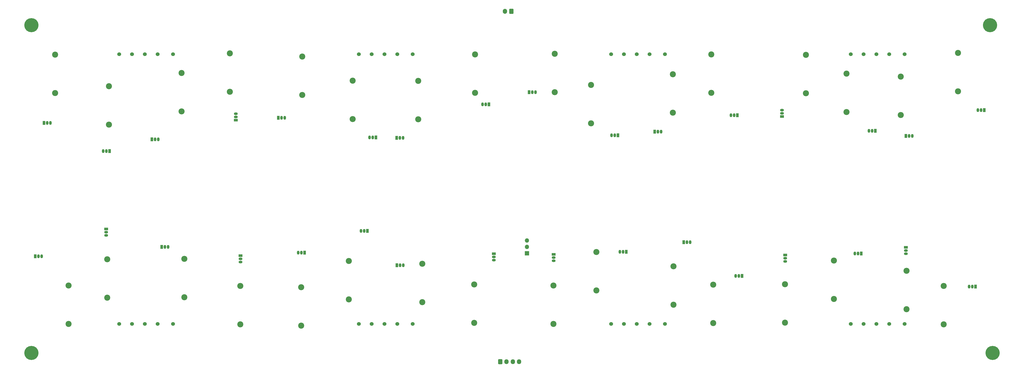
<source format=gbr>
%TF.GenerationSoftware,KiCad,Pcbnew,7.0.10*%
%TF.CreationDate,2025-02-11T17:38:30+01:00*%
%TF.ProjectId,Afficheur7seg,41666669-6368-4657-9572-377365672e6b,rev?*%
%TF.SameCoordinates,Original*%
%TF.FileFunction,Soldermask,Bot*%
%TF.FilePolarity,Negative*%
%FSLAX46Y46*%
G04 Gerber Fmt 4.6, Leading zero omitted, Abs format (unit mm)*
G04 Created by KiCad (PCBNEW 7.0.10) date 2025-02-11 17:38:30*
%MOMM*%
%LPD*%
G01*
G04 APERTURE LIST*
G04 Aperture macros list*
%AMRoundRect*
0 Rectangle with rounded corners*
0 $1 Rounding radius*
0 $2 $3 $4 $5 $6 $7 $8 $9 X,Y pos of 4 corners*
0 Add a 4 corners polygon primitive as box body*
4,1,4,$2,$3,$4,$5,$6,$7,$8,$9,$2,$3,0*
0 Add four circle primitives for the rounded corners*
1,1,$1+$1,$2,$3*
1,1,$1+$1,$4,$5*
1,1,$1+$1,$6,$7*
1,1,$1+$1,$8,$9*
0 Add four rect primitives between the rounded corners*
20,1,$1+$1,$2,$3,$4,$5,0*
20,1,$1+$1,$4,$5,$6,$7,0*
20,1,$1+$1,$6,$7,$8,$9,0*
20,1,$1+$1,$8,$9,$2,$3,0*%
G04 Aperture macros list end*
%ADD10C,1.524000*%
%ADD11C,2.400000*%
%ADD12O,2.400000X2.400000*%
%ADD13R,1.050000X1.500000*%
%ADD14O,1.050000X1.500000*%
%ADD15C,5.600000*%
%ADD16R,1.500000X1.050000*%
%ADD17O,1.500000X1.050000*%
%ADD18RoundRect,0.250000X-0.600000X-0.725000X0.600000X-0.725000X0.600000X0.725000X-0.600000X0.725000X0*%
%ADD19O,1.700000X1.950000*%
%ADD20RoundRect,0.250000X0.600000X0.750000X-0.600000X0.750000X-0.600000X-0.750000X0.600000X-0.750000X0*%
%ADD21O,1.700000X2.000000*%
%ADD22R,1.700000X1.700000*%
%ADD23O,1.700000X1.700000*%
G04 APERTURE END LIST*
D10*
%TO.C,Afficheur3*%
X248960000Y-250000000D03*
X248960000Y-143000000D03*
X243880000Y-143000000D03*
X238800000Y-143000000D03*
X243880000Y-250000000D03*
X254040000Y-250000000D03*
X238800000Y-250000000D03*
X260120000Y-250000000D03*
X254040000Y-143000000D03*
X260120000Y-143000000D03*
%TD*%
D11*
%TO.C,R39*%
X262300000Y-153580000D03*
D12*
X262300000Y-168820000D03*
%TD*%
D11*
%TO.C,R32*%
X123700000Y-250020000D03*
D12*
X123700000Y-234780000D03*
%TD*%
D13*
%TO.C,Q22*%
X290300000Y-162900000D03*
D14*
X289030000Y-162900000D03*
X287760000Y-162900000D03*
%TD*%
D11*
%TO.C,R48*%
X215900000Y-250720000D03*
D12*
X215900000Y-235480000D03*
%TD*%
D15*
%TO.C,H4*%
X490000000Y-261500000D03*
%TD*%
D11*
%TO.C,R57*%
X453600000Y-151880000D03*
D12*
X453600000Y-167120000D03*
%TD*%
D11*
%TO.C,R44*%
X284800000Y-143080000D03*
D12*
X284800000Y-158320000D03*
%TD*%
D13*
%TO.C,Q5*%
X344740000Y-221400000D03*
D14*
X343470000Y-221400000D03*
X342200000Y-221400000D03*
%TD*%
D13*
%TO.C,Q6*%
X388770000Y-167240000D03*
D14*
X387500000Y-167240000D03*
X386230000Y-167240000D03*
%TD*%
D15*
%TO.C,H2*%
X489000000Y-131500000D03*
%TD*%
D13*
%TO.C,Q19*%
X206860000Y-168200000D03*
D14*
X208130000Y-168200000D03*
X209400000Y-168200000D03*
%TD*%
D13*
%TO.C,Q9*%
X139970000Y-181440000D03*
D14*
X138700000Y-181440000D03*
X137430000Y-181440000D03*
%TD*%
D13*
%TO.C,Q4*%
X356000000Y-173700000D03*
D14*
X357270000Y-173700000D03*
X358540000Y-173700000D03*
%TD*%
D11*
%TO.C,R54*%
X470600000Y-250220000D03*
D12*
X470600000Y-234980000D03*
%TD*%
D11*
%TO.C,R35*%
X236300000Y-153480000D03*
D12*
X236300000Y-168720000D03*
%TD*%
D16*
%TO.C,Q27*%
X406500000Y-167770000D03*
D17*
X406500000Y-166500000D03*
X406500000Y-165230000D03*
%TD*%
D18*
%TO.C,J1*%
X294800000Y-265000000D03*
D19*
X297300000Y-265000000D03*
X299800000Y-265000000D03*
X302300000Y-265000000D03*
%TD*%
D11*
%TO.C,R28*%
X187600000Y-142680000D03*
D12*
X187600000Y-157920000D03*
%TD*%
D11*
%TO.C,R36*%
X284500000Y-249620000D03*
D12*
X284500000Y-234380000D03*
%TD*%
D13*
%TO.C,Q21*%
X242170000Y-213140000D03*
D14*
X240900000Y-213140000D03*
X239630000Y-213140000D03*
%TD*%
D11*
%TO.C,R47*%
X263900000Y-241420000D03*
D12*
X263900000Y-226180000D03*
%TD*%
D11*
%TO.C,R53*%
X432100000Y-150680000D03*
D12*
X432100000Y-165920000D03*
%TD*%
D11*
%TO.C,R8*%
X316400000Y-142880000D03*
D12*
X316400000Y-158120000D03*
%TD*%
D13*
%TO.C,Q29*%
X437900000Y-222100000D03*
D14*
X436630000Y-222100000D03*
X435360000Y-222100000D03*
%TD*%
D13*
%TO.C,Q15*%
X160630000Y-219460000D03*
D14*
X161900000Y-219460000D03*
X163170000Y-219460000D03*
%TD*%
D11*
%TO.C,R40*%
X216300000Y-143980000D03*
D12*
X216300000Y-159220000D03*
%TD*%
D11*
%TO.C,R4*%
X379200000Y-249720000D03*
D12*
X379200000Y-234480000D03*
%TD*%
D13*
%TO.C,Q23*%
X253830000Y-226760000D03*
D14*
X255100000Y-226760000D03*
X256370000Y-226760000D03*
%TD*%
D13*
%TO.C,Q11*%
X113960000Y-170300000D03*
D14*
X115230000Y-170300000D03*
X116500000Y-170300000D03*
%TD*%
D13*
%TO.C,Q26*%
X483200000Y-235200000D03*
D14*
X481930000Y-235200000D03*
X480660000Y-235200000D03*
%TD*%
D13*
%TO.C,Q28*%
X455630000Y-175400000D03*
D14*
X456900000Y-175400000D03*
X458170000Y-175400000D03*
%TD*%
D13*
%TO.C,Q30*%
X486640000Y-165200000D03*
D14*
X485370000Y-165200000D03*
X484100000Y-165200000D03*
%TD*%
D11*
%TO.C,R11*%
X332900000Y-236740000D03*
D12*
X332900000Y-221500000D03*
%TD*%
D11*
%TO.C,R3*%
X330800000Y-155180000D03*
D12*
X330800000Y-170420000D03*
%TD*%
D13*
%TO.C,Q16*%
X110530000Y-223160000D03*
D14*
X111800000Y-223160000D03*
X113070000Y-223160000D03*
%TD*%
D11*
%TO.C,R66*%
X407700000Y-249520000D03*
D12*
X407700000Y-234280000D03*
%TD*%
D11*
%TO.C,R31*%
X169600000Y-239420000D03*
D12*
X169600000Y-224180000D03*
%TD*%
D13*
%TO.C,Q1*%
X341440000Y-175200000D03*
D14*
X340170000Y-175200000D03*
X338900000Y-175200000D03*
%TD*%
D16*
%TO.C,Q8*%
X316000000Y-222460000D03*
D17*
X316000000Y-223730000D03*
X316000000Y-225000000D03*
%TD*%
D16*
%TO.C,Q31*%
X455640000Y-219630000D03*
D17*
X455640000Y-220900000D03*
X455640000Y-222170000D03*
%TD*%
D16*
%TO.C,Q10*%
X191900000Y-222960000D03*
D17*
X191900000Y-224230000D03*
X191900000Y-225500000D03*
%TD*%
D13*
%TO.C,Q24*%
X217270000Y-221740000D03*
D14*
X216000000Y-221740000D03*
X214730000Y-221740000D03*
%TD*%
D11*
%TO.C,R12*%
X378500000Y-143080000D03*
D12*
X378500000Y-158320000D03*
%TD*%
D16*
%TO.C,Q18*%
X292300000Y-222160000D03*
D17*
X292300000Y-223430000D03*
X292300000Y-224700000D03*
%TD*%
D11*
%TO.C,R15*%
X363500000Y-242420000D03*
D12*
X363500000Y-227180000D03*
%TD*%
D20*
%TO.C,J2*%
X299200000Y-126000000D03*
D21*
X296700000Y-126000000D03*
%TD*%
D11*
%TO.C,R7*%
X363200000Y-150980000D03*
D12*
X363200000Y-166220000D03*
%TD*%
D13*
%TO.C,Q2*%
X390640000Y-231000000D03*
D14*
X389370000Y-231000000D03*
X388100000Y-231000000D03*
%TD*%
D13*
%TO.C,Q3*%
X306260000Y-158100000D03*
D14*
X307530000Y-158100000D03*
X308800000Y-158100000D03*
%TD*%
D22*
%TO.C,JP1*%
X305400000Y-222040000D03*
D23*
X305400000Y-219500000D03*
X305400000Y-216960000D03*
%TD*%
D11*
%TO.C,R20*%
X191800000Y-250220000D03*
D12*
X191800000Y-234980000D03*
%TD*%
D13*
%TO.C,Q17*%
X245570000Y-176040000D03*
D14*
X244300000Y-176040000D03*
X243030000Y-176040000D03*
%TD*%
D13*
%TO.C,Q7*%
X367560000Y-217600000D03*
D14*
X368830000Y-217600000D03*
X370100000Y-217600000D03*
%TD*%
D13*
%TO.C,Q20*%
X253730000Y-176160000D03*
D14*
X255000000Y-176160000D03*
X256270000Y-176160000D03*
%TD*%
D11*
%TO.C,R62*%
X476300000Y-142480000D03*
D12*
X476300000Y-157720000D03*
%TD*%
D11*
%TO.C,R23*%
X168500000Y-150480000D03*
D12*
X168500000Y-165720000D03*
%TD*%
D15*
%TO.C,H1*%
X109000000Y-131500000D03*
%TD*%
D11*
%TO.C,R58*%
X416000000Y-143280000D03*
D12*
X416000000Y-158520000D03*
%TD*%
D13*
%TO.C,Q12*%
X156730000Y-176760000D03*
D14*
X158000000Y-176760000D03*
X159270000Y-176760000D03*
%TD*%
D16*
%TO.C,Q32*%
X407800000Y-222660000D03*
D17*
X407800000Y-223930000D03*
X407800000Y-225200000D03*
%TD*%
D11*
%TO.C,R16*%
X315900000Y-250020000D03*
D12*
X315900000Y-234780000D03*
%TD*%
D16*
%TO.C,Q13*%
X138640000Y-212330000D03*
D17*
X138640000Y-213600000D03*
X138640000Y-214870000D03*
%TD*%
D11*
%TO.C,R61*%
X427100000Y-240120000D03*
D12*
X427100000Y-224880000D03*
%TD*%
D11*
%TO.C,R27*%
X139000000Y-239620000D03*
D12*
X139000000Y-224380000D03*
%TD*%
D16*
%TO.C,Q14*%
X190000000Y-169170000D03*
D17*
X190000000Y-167900000D03*
X190000000Y-166630000D03*
%TD*%
D11*
%TO.C,R43*%
X234800000Y-240320000D03*
D12*
X234800000Y-225080000D03*
%TD*%
D11*
%TO.C,R19*%
X139700000Y-155680000D03*
D12*
X139700000Y-170920000D03*
%TD*%
D11*
%TO.C,R65*%
X455900000Y-244220000D03*
D12*
X455900000Y-228980000D03*
%TD*%
D15*
%TO.C,H3*%
X109000000Y-261500000D03*
%TD*%
D13*
%TO.C,Q25*%
X443500000Y-173400000D03*
D14*
X442230000Y-173400000D03*
X440960000Y-173400000D03*
%TD*%
D11*
%TO.C,R24*%
X118400000Y-143180000D03*
D12*
X118400000Y-158420000D03*
%TD*%
D10*
%TO.C,Afficheur2*%
X348960000Y-250000000D03*
X348960000Y-143000000D03*
X343880000Y-143000000D03*
X338800000Y-143000000D03*
X343880000Y-250000000D03*
X354040000Y-250000000D03*
X338800000Y-250000000D03*
X360120000Y-250000000D03*
X354040000Y-143000000D03*
X360120000Y-143000000D03*
%TD*%
%TO.C,Afficheur4*%
X153980000Y-250000000D03*
X153980000Y-143000000D03*
X148900000Y-143000000D03*
X143820000Y-143000000D03*
X148900000Y-250000000D03*
X159060000Y-250000000D03*
X143820000Y-250000000D03*
X165140000Y-250000000D03*
X159060000Y-143000000D03*
X165140000Y-143000000D03*
%TD*%
%TO.C,Afficheur1*%
X443960000Y-250000000D03*
X443960000Y-143000000D03*
X438880000Y-143000000D03*
X433800000Y-143000000D03*
X438880000Y-250000000D03*
X449040000Y-250000000D03*
X433800000Y-250000000D03*
X455120000Y-250000000D03*
X449040000Y-143000000D03*
X455120000Y-143000000D03*
%TD*%
M02*

</source>
